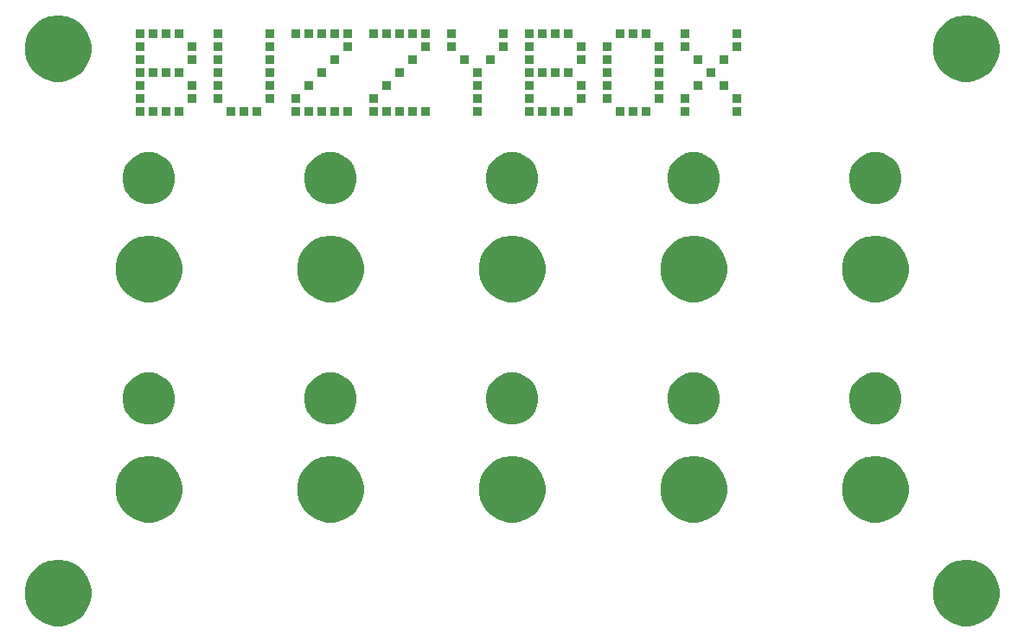
<source format=gbr>
G04 #@! TF.GenerationSoftware,KiCad,Pcbnew,(5.1.4)-1*
G04 #@! TF.CreationDate,2020-12-21T11:31:58-05:00*
G04 #@! TF.ProjectId,faceplate,66616365-706c-4617-9465-2e6b69636164,rev?*
G04 #@! TF.SameCoordinates,Original*
G04 #@! TF.FileFunction,Soldermask,Top*
G04 #@! TF.FilePolarity,Negative*
%FSLAX46Y46*%
G04 Gerber Fmt 4.6, Leading zero omitted, Abs format (unit mm)*
G04 Created by KiCad (PCBNEW (5.1.4)-1) date 2020-12-21 11:31:58*
%MOMM*%
%LPD*%
G04 APERTURE LIST*
%ADD10C,0.100000*%
G04 APERTURE END LIST*
D10*
G36*
X169672000Y-47117000D02*
G01*
X168910000Y-47117000D01*
X168910000Y-46355000D01*
X169672000Y-46355000D01*
X169672000Y-47117000D01*
G37*
X169672000Y-47117000D02*
X168910000Y-47117000D01*
X168910000Y-46355000D01*
X169672000Y-46355000D01*
X169672000Y-47117000D01*
G36*
X167132000Y-50927000D02*
G01*
X166370000Y-50927000D01*
X166370000Y-50165000D01*
X167132000Y-50165000D01*
X167132000Y-50927000D01*
G37*
X167132000Y-50927000D02*
X166370000Y-50927000D01*
X166370000Y-50165000D01*
X167132000Y-50165000D01*
X167132000Y-50927000D01*
G36*
X168402000Y-48387000D02*
G01*
X167640000Y-48387000D01*
X167640000Y-47625000D01*
X168402000Y-47625000D01*
X168402000Y-48387000D01*
G37*
X168402000Y-48387000D02*
X167640000Y-48387000D01*
X167640000Y-47625000D01*
X168402000Y-47625000D01*
X168402000Y-48387000D01*
G36*
X167132000Y-49657000D02*
G01*
X166370000Y-49657000D01*
X166370000Y-48895000D01*
X167132000Y-48895000D01*
X167132000Y-49657000D01*
G37*
X167132000Y-49657000D02*
X166370000Y-49657000D01*
X166370000Y-48895000D01*
X167132000Y-48895000D01*
X167132000Y-49657000D01*
G36*
X172212000Y-44577000D02*
G01*
X171450000Y-44577000D01*
X171450000Y-43815000D01*
X172212000Y-43815000D01*
X172212000Y-44577000D01*
G37*
X172212000Y-44577000D02*
X171450000Y-44577000D01*
X171450000Y-43815000D01*
X172212000Y-43815000D01*
X172212000Y-44577000D01*
G36*
X168402000Y-45847000D02*
G01*
X167640000Y-45847000D01*
X167640000Y-45085000D01*
X168402000Y-45085000D01*
X168402000Y-45847000D01*
G37*
X168402000Y-45847000D02*
X167640000Y-45847000D01*
X167640000Y-45085000D01*
X168402000Y-45085000D01*
X168402000Y-45847000D01*
G36*
X172212000Y-43307000D02*
G01*
X171450000Y-43307000D01*
X171450000Y-42545000D01*
X172212000Y-42545000D01*
X172212000Y-43307000D01*
G37*
X172212000Y-43307000D02*
X171450000Y-43307000D01*
X171450000Y-42545000D01*
X172212000Y-42545000D01*
X172212000Y-43307000D01*
G36*
X167132000Y-44577000D02*
G01*
X166370000Y-44577000D01*
X166370000Y-43815000D01*
X167132000Y-43815000D01*
X167132000Y-44577000D01*
G37*
X167132000Y-44577000D02*
X166370000Y-44577000D01*
X166370000Y-43815000D01*
X167132000Y-43815000D01*
X167132000Y-44577000D01*
G36*
X172212000Y-50927000D02*
G01*
X171450000Y-50927000D01*
X171450000Y-50165000D01*
X172212000Y-50165000D01*
X172212000Y-50927000D01*
G37*
X172212000Y-50927000D02*
X171450000Y-50927000D01*
X171450000Y-50165000D01*
X172212000Y-50165000D01*
X172212000Y-50927000D01*
G36*
X172212000Y-49657000D02*
G01*
X171450000Y-49657000D01*
X171450000Y-48895000D01*
X172212000Y-48895000D01*
X172212000Y-49657000D01*
G37*
X172212000Y-49657000D02*
X171450000Y-49657000D01*
X171450000Y-48895000D01*
X172212000Y-48895000D01*
X172212000Y-49657000D01*
G36*
X170942000Y-48387000D02*
G01*
X170180000Y-48387000D01*
X170180000Y-47625000D01*
X170942000Y-47625000D01*
X170942000Y-48387000D01*
G37*
X170942000Y-48387000D02*
X170180000Y-48387000D01*
X170180000Y-47625000D01*
X170942000Y-47625000D01*
X170942000Y-48387000D01*
G36*
X167132000Y-43307000D02*
G01*
X166370000Y-43307000D01*
X166370000Y-42545000D01*
X167132000Y-42545000D01*
X167132000Y-43307000D01*
G37*
X167132000Y-43307000D02*
X166370000Y-43307000D01*
X166370000Y-42545000D01*
X167132000Y-42545000D01*
X167132000Y-43307000D01*
G36*
X170942000Y-45847000D02*
G01*
X170180000Y-45847000D01*
X170180000Y-45085000D01*
X170942000Y-45085000D01*
X170942000Y-45847000D01*
G37*
X170942000Y-45847000D02*
X170180000Y-45847000D01*
X170180000Y-45085000D01*
X170942000Y-45085000D01*
X170942000Y-45847000D01*
G36*
X162052000Y-43307000D02*
G01*
X161290000Y-43307000D01*
X161290000Y-42545000D01*
X162052000Y-42545000D01*
X162052000Y-43307000D01*
G37*
X162052000Y-43307000D02*
X161290000Y-43307000D01*
X161290000Y-42545000D01*
X162052000Y-42545000D01*
X162052000Y-43307000D01*
G36*
X162052000Y-50927000D02*
G01*
X161290000Y-50927000D01*
X161290000Y-50165000D01*
X162052000Y-50165000D01*
X162052000Y-50927000D01*
G37*
X162052000Y-50927000D02*
X161290000Y-50927000D01*
X161290000Y-50165000D01*
X162052000Y-50165000D01*
X162052000Y-50927000D01*
G36*
X159512000Y-49657000D02*
G01*
X158750000Y-49657000D01*
X158750000Y-48895000D01*
X159512000Y-48895000D01*
X159512000Y-49657000D01*
G37*
X159512000Y-49657000D02*
X158750000Y-49657000D01*
X158750000Y-48895000D01*
X159512000Y-48895000D01*
X159512000Y-49657000D01*
G36*
X163322000Y-43307000D02*
G01*
X162560000Y-43307000D01*
X162560000Y-42545000D01*
X163322000Y-42545000D01*
X163322000Y-43307000D01*
G37*
X163322000Y-43307000D02*
X162560000Y-43307000D01*
X162560000Y-42545000D01*
X163322000Y-42545000D01*
X163322000Y-43307000D01*
G36*
X160782000Y-43307000D02*
G01*
X160020000Y-43307000D01*
X160020000Y-42545000D01*
X160782000Y-42545000D01*
X160782000Y-43307000D01*
G37*
X160782000Y-43307000D02*
X160020000Y-43307000D01*
X160020000Y-42545000D01*
X160782000Y-42545000D01*
X160782000Y-43307000D01*
G36*
X164592000Y-44577000D02*
G01*
X163830000Y-44577000D01*
X163830000Y-43815000D01*
X164592000Y-43815000D01*
X164592000Y-44577000D01*
G37*
X164592000Y-44577000D02*
X163830000Y-44577000D01*
X163830000Y-43815000D01*
X164592000Y-43815000D01*
X164592000Y-44577000D01*
G36*
X159512000Y-45847000D02*
G01*
X158750000Y-45847000D01*
X158750000Y-45085000D01*
X159512000Y-45085000D01*
X159512000Y-45847000D01*
G37*
X159512000Y-45847000D02*
X158750000Y-45847000D01*
X158750000Y-45085000D01*
X159512000Y-45085000D01*
X159512000Y-45847000D01*
G36*
X159512000Y-47117000D02*
G01*
X158750000Y-47117000D01*
X158750000Y-46355000D01*
X159512000Y-46355000D01*
X159512000Y-47117000D01*
G37*
X159512000Y-47117000D02*
X158750000Y-47117000D01*
X158750000Y-46355000D01*
X159512000Y-46355000D01*
X159512000Y-47117000D01*
G36*
X164592000Y-47117000D02*
G01*
X163830000Y-47117000D01*
X163830000Y-46355000D01*
X164592000Y-46355000D01*
X164592000Y-47117000D01*
G37*
X164592000Y-47117000D02*
X163830000Y-47117000D01*
X163830000Y-46355000D01*
X164592000Y-46355000D01*
X164592000Y-47117000D01*
G36*
X163322000Y-50927000D02*
G01*
X162560000Y-50927000D01*
X162560000Y-50165000D01*
X163322000Y-50165000D01*
X163322000Y-50927000D01*
G37*
X163322000Y-50927000D02*
X162560000Y-50927000D01*
X162560000Y-50165000D01*
X163322000Y-50165000D01*
X163322000Y-50927000D01*
G36*
X159512000Y-48387000D02*
G01*
X158750000Y-48387000D01*
X158750000Y-47625000D01*
X159512000Y-47625000D01*
X159512000Y-48387000D01*
G37*
X159512000Y-48387000D02*
X158750000Y-48387000D01*
X158750000Y-47625000D01*
X159512000Y-47625000D01*
X159512000Y-48387000D01*
G36*
X159512000Y-44577000D02*
G01*
X158750000Y-44577000D01*
X158750000Y-43815000D01*
X159512000Y-43815000D01*
X159512000Y-44577000D01*
G37*
X159512000Y-44577000D02*
X158750000Y-44577000D01*
X158750000Y-43815000D01*
X159512000Y-43815000D01*
X159512000Y-44577000D01*
G36*
X164592000Y-45847000D02*
G01*
X163830000Y-45847000D01*
X163830000Y-45085000D01*
X164592000Y-45085000D01*
X164592000Y-45847000D01*
G37*
X164592000Y-45847000D02*
X163830000Y-45847000D01*
X163830000Y-45085000D01*
X164592000Y-45085000D01*
X164592000Y-45847000D01*
G36*
X164592000Y-48387000D02*
G01*
X163830000Y-48387000D01*
X163830000Y-47625000D01*
X164592000Y-47625000D01*
X164592000Y-48387000D01*
G37*
X164592000Y-48387000D02*
X163830000Y-48387000D01*
X163830000Y-47625000D01*
X164592000Y-47625000D01*
X164592000Y-48387000D01*
G36*
X164592000Y-49657000D02*
G01*
X163830000Y-49657000D01*
X163830000Y-48895000D01*
X164592000Y-48895000D01*
X164592000Y-49657000D01*
G37*
X164592000Y-49657000D02*
X163830000Y-49657000D01*
X163830000Y-48895000D01*
X164592000Y-48895000D01*
X164592000Y-49657000D01*
G36*
X160782000Y-50927000D02*
G01*
X160020000Y-50927000D01*
X160020000Y-50165000D01*
X160782000Y-50165000D01*
X160782000Y-50927000D01*
G37*
X160782000Y-50927000D02*
X160020000Y-50927000D01*
X160020000Y-50165000D01*
X160782000Y-50165000D01*
X160782000Y-50927000D01*
G36*
X154432000Y-47117000D02*
G01*
X153670000Y-47117000D01*
X153670000Y-46355000D01*
X154432000Y-46355000D01*
X154432000Y-47117000D01*
G37*
X154432000Y-47117000D02*
X153670000Y-47117000D01*
X153670000Y-46355000D01*
X154432000Y-46355000D01*
X154432000Y-47117000D01*
G36*
X154432000Y-43307000D02*
G01*
X153670000Y-43307000D01*
X153670000Y-42545000D01*
X154432000Y-42545000D01*
X154432000Y-43307000D01*
G37*
X154432000Y-43307000D02*
X153670000Y-43307000D01*
X153670000Y-42545000D01*
X154432000Y-42545000D01*
X154432000Y-43307000D01*
G36*
X151892000Y-50927000D02*
G01*
X151130000Y-50927000D01*
X151130000Y-50165000D01*
X151892000Y-50165000D01*
X151892000Y-50927000D01*
G37*
X151892000Y-50927000D02*
X151130000Y-50927000D01*
X151130000Y-50165000D01*
X151892000Y-50165000D01*
X151892000Y-50927000D01*
G36*
X154432000Y-50927000D02*
G01*
X153670000Y-50927000D01*
X153670000Y-50165000D01*
X154432000Y-50165000D01*
X154432000Y-50927000D01*
G37*
X154432000Y-50927000D02*
X153670000Y-50927000D01*
X153670000Y-50165000D01*
X154432000Y-50165000D01*
X154432000Y-50927000D01*
G36*
X151892000Y-49657000D02*
G01*
X151130000Y-49657000D01*
X151130000Y-48895000D01*
X151892000Y-48895000D01*
X151892000Y-49657000D01*
G37*
X151892000Y-49657000D02*
X151130000Y-49657000D01*
X151130000Y-48895000D01*
X151892000Y-48895000D01*
X151892000Y-49657000D01*
G36*
X155702000Y-43307000D02*
G01*
X154940000Y-43307000D01*
X154940000Y-42545000D01*
X155702000Y-42545000D01*
X155702000Y-43307000D01*
G37*
X155702000Y-43307000D02*
X154940000Y-43307000D01*
X154940000Y-42545000D01*
X155702000Y-42545000D01*
X155702000Y-43307000D01*
G36*
X153162000Y-43307000D02*
G01*
X152400000Y-43307000D01*
X152400000Y-42545000D01*
X153162000Y-42545000D01*
X153162000Y-43307000D01*
G37*
X153162000Y-43307000D02*
X152400000Y-43307000D01*
X152400000Y-42545000D01*
X153162000Y-42545000D01*
X153162000Y-43307000D01*
G36*
X156972000Y-44577000D02*
G01*
X156210000Y-44577000D01*
X156210000Y-43815000D01*
X156972000Y-43815000D01*
X156972000Y-44577000D01*
G37*
X156972000Y-44577000D02*
X156210000Y-44577000D01*
X156210000Y-43815000D01*
X156972000Y-43815000D01*
X156972000Y-44577000D01*
G36*
X151892000Y-45847000D02*
G01*
X151130000Y-45847000D01*
X151130000Y-45085000D01*
X151892000Y-45085000D01*
X151892000Y-45847000D01*
G37*
X151892000Y-45847000D02*
X151130000Y-45847000D01*
X151130000Y-45085000D01*
X151892000Y-45085000D01*
X151892000Y-45847000D01*
G36*
X151892000Y-47117000D02*
G01*
X151130000Y-47117000D01*
X151130000Y-46355000D01*
X151892000Y-46355000D01*
X151892000Y-47117000D01*
G37*
X151892000Y-47117000D02*
X151130000Y-47117000D01*
X151130000Y-46355000D01*
X151892000Y-46355000D01*
X151892000Y-47117000D01*
G36*
X155702000Y-50927000D02*
G01*
X154940000Y-50927000D01*
X154940000Y-50165000D01*
X155702000Y-50165000D01*
X155702000Y-50927000D01*
G37*
X155702000Y-50927000D02*
X154940000Y-50927000D01*
X154940000Y-50165000D01*
X155702000Y-50165000D01*
X155702000Y-50927000D01*
G36*
X151892000Y-48387000D02*
G01*
X151130000Y-48387000D01*
X151130000Y-47625000D01*
X151892000Y-47625000D01*
X151892000Y-48387000D01*
G37*
X151892000Y-48387000D02*
X151130000Y-48387000D01*
X151130000Y-47625000D01*
X151892000Y-47625000D01*
X151892000Y-48387000D01*
G36*
X155702000Y-47117000D02*
G01*
X154940000Y-47117000D01*
X154940000Y-46355000D01*
X155702000Y-46355000D01*
X155702000Y-47117000D01*
G37*
X155702000Y-47117000D02*
X154940000Y-47117000D01*
X154940000Y-46355000D01*
X155702000Y-46355000D01*
X155702000Y-47117000D01*
G36*
X151892000Y-44577000D02*
G01*
X151130000Y-44577000D01*
X151130000Y-43815000D01*
X151892000Y-43815000D01*
X151892000Y-44577000D01*
G37*
X151892000Y-44577000D02*
X151130000Y-44577000D01*
X151130000Y-43815000D01*
X151892000Y-43815000D01*
X151892000Y-44577000D01*
G36*
X156972000Y-45847000D02*
G01*
X156210000Y-45847000D01*
X156210000Y-45085000D01*
X156972000Y-45085000D01*
X156972000Y-45847000D01*
G37*
X156972000Y-45847000D02*
X156210000Y-45847000D01*
X156210000Y-45085000D01*
X156972000Y-45085000D01*
X156972000Y-45847000D01*
G36*
X156972000Y-48387000D02*
G01*
X156210000Y-48387000D01*
X156210000Y-47625000D01*
X156972000Y-47625000D01*
X156972000Y-48387000D01*
G37*
X156972000Y-48387000D02*
X156210000Y-48387000D01*
X156210000Y-47625000D01*
X156972000Y-47625000D01*
X156972000Y-48387000D01*
G36*
X156972000Y-49657000D02*
G01*
X156210000Y-49657000D01*
X156210000Y-48895000D01*
X156972000Y-48895000D01*
X156972000Y-49657000D01*
G37*
X156972000Y-49657000D02*
X156210000Y-49657000D01*
X156210000Y-48895000D01*
X156972000Y-48895000D01*
X156972000Y-49657000D01*
G36*
X153162000Y-47117000D02*
G01*
X152400000Y-47117000D01*
X152400000Y-46355000D01*
X153162000Y-46355000D01*
X153162000Y-47117000D01*
G37*
X153162000Y-47117000D02*
X152400000Y-47117000D01*
X152400000Y-46355000D01*
X153162000Y-46355000D01*
X153162000Y-47117000D01*
G36*
X151892000Y-43307000D02*
G01*
X151130000Y-43307000D01*
X151130000Y-42545000D01*
X151892000Y-42545000D01*
X151892000Y-43307000D01*
G37*
X151892000Y-43307000D02*
X151130000Y-43307000D01*
X151130000Y-42545000D01*
X151892000Y-42545000D01*
X151892000Y-43307000D01*
G36*
X153162000Y-50927000D02*
G01*
X152400000Y-50927000D01*
X152400000Y-50165000D01*
X153162000Y-50165000D01*
X153162000Y-50927000D01*
G37*
X153162000Y-50927000D02*
X152400000Y-50927000D01*
X152400000Y-50165000D01*
X153162000Y-50165000D01*
X153162000Y-50927000D01*
G36*
X146812000Y-47117000D02*
G01*
X146050000Y-47117000D01*
X146050000Y-46355000D01*
X146812000Y-46355000D01*
X146812000Y-47117000D01*
G37*
X146812000Y-47117000D02*
X146050000Y-47117000D01*
X146050000Y-46355000D01*
X146812000Y-46355000D01*
X146812000Y-47117000D01*
G36*
X146812000Y-50927000D02*
G01*
X146050000Y-50927000D01*
X146050000Y-50165000D01*
X146812000Y-50165000D01*
X146812000Y-50927000D01*
G37*
X146812000Y-50927000D02*
X146050000Y-50927000D01*
X146050000Y-50165000D01*
X146812000Y-50165000D01*
X146812000Y-50927000D01*
G36*
X149352000Y-44577000D02*
G01*
X148590000Y-44577000D01*
X148590000Y-43815000D01*
X149352000Y-43815000D01*
X149352000Y-44577000D01*
G37*
X149352000Y-44577000D02*
X148590000Y-44577000D01*
X148590000Y-43815000D01*
X149352000Y-43815000D01*
X149352000Y-44577000D01*
G36*
X146812000Y-49657000D02*
G01*
X146050000Y-49657000D01*
X146050000Y-48895000D01*
X146812000Y-48895000D01*
X146812000Y-49657000D01*
G37*
X146812000Y-49657000D02*
X146050000Y-49657000D01*
X146050000Y-48895000D01*
X146812000Y-48895000D01*
X146812000Y-49657000D01*
G36*
X145542000Y-45847000D02*
G01*
X144780000Y-45847000D01*
X144780000Y-45085000D01*
X145542000Y-45085000D01*
X145542000Y-45847000D01*
G37*
X145542000Y-45847000D02*
X144780000Y-45847000D01*
X144780000Y-45085000D01*
X145542000Y-45085000D01*
X145542000Y-45847000D01*
G36*
X149352000Y-43307000D02*
G01*
X148590000Y-43307000D01*
X148590000Y-42545000D01*
X149352000Y-42545000D01*
X149352000Y-43307000D01*
G37*
X149352000Y-43307000D02*
X148590000Y-43307000D01*
X148590000Y-42545000D01*
X149352000Y-42545000D01*
X149352000Y-43307000D01*
G36*
X144272000Y-44577000D02*
G01*
X143510000Y-44577000D01*
X143510000Y-43815000D01*
X144272000Y-43815000D01*
X144272000Y-44577000D01*
G37*
X144272000Y-44577000D02*
X143510000Y-44577000D01*
X143510000Y-43815000D01*
X144272000Y-43815000D01*
X144272000Y-44577000D01*
G36*
X146812000Y-48387000D02*
G01*
X146050000Y-48387000D01*
X146050000Y-47625000D01*
X146812000Y-47625000D01*
X146812000Y-48387000D01*
G37*
X146812000Y-48387000D02*
X146050000Y-48387000D01*
X146050000Y-47625000D01*
X146812000Y-47625000D01*
X146812000Y-48387000D01*
G36*
X144272000Y-43307000D02*
G01*
X143510000Y-43307000D01*
X143510000Y-42545000D01*
X144272000Y-42545000D01*
X144272000Y-43307000D01*
G37*
X144272000Y-43307000D02*
X143510000Y-43307000D01*
X143510000Y-42545000D01*
X144272000Y-42545000D01*
X144272000Y-43307000D01*
G36*
X148082000Y-45847000D02*
G01*
X147320000Y-45847000D01*
X147320000Y-45085000D01*
X148082000Y-45085000D01*
X148082000Y-45847000D01*
G37*
X148082000Y-45847000D02*
X147320000Y-45847000D01*
X147320000Y-45085000D01*
X148082000Y-45085000D01*
X148082000Y-45847000D01*
G36*
X139192000Y-47117000D02*
G01*
X138430000Y-47117000D01*
X138430000Y-46355000D01*
X139192000Y-46355000D01*
X139192000Y-47117000D01*
G37*
X139192000Y-47117000D02*
X138430000Y-47117000D01*
X138430000Y-46355000D01*
X139192000Y-46355000D01*
X139192000Y-47117000D01*
G36*
X139192000Y-43307000D02*
G01*
X138430000Y-43307000D01*
X138430000Y-42545000D01*
X139192000Y-42545000D01*
X139192000Y-43307000D01*
G37*
X139192000Y-43307000D02*
X138430000Y-43307000D01*
X138430000Y-42545000D01*
X139192000Y-42545000D01*
X139192000Y-43307000D01*
G36*
X136652000Y-50927000D02*
G01*
X135890000Y-50927000D01*
X135890000Y-50165000D01*
X136652000Y-50165000D01*
X136652000Y-50927000D01*
G37*
X136652000Y-50927000D02*
X135890000Y-50927000D01*
X135890000Y-50165000D01*
X136652000Y-50165000D01*
X136652000Y-50927000D01*
G36*
X137922000Y-48387000D02*
G01*
X137160000Y-48387000D01*
X137160000Y-47625000D01*
X137922000Y-47625000D01*
X137922000Y-48387000D01*
G37*
X137922000Y-48387000D02*
X137160000Y-48387000D01*
X137160000Y-47625000D01*
X137922000Y-47625000D01*
X137922000Y-48387000D01*
G36*
X139192000Y-50927000D02*
G01*
X138430000Y-50927000D01*
X138430000Y-50165000D01*
X139192000Y-50165000D01*
X139192000Y-50927000D01*
G37*
X139192000Y-50927000D02*
X138430000Y-50927000D01*
X138430000Y-50165000D01*
X139192000Y-50165000D01*
X139192000Y-50927000D01*
G36*
X136652000Y-49657000D02*
G01*
X135890000Y-49657000D01*
X135890000Y-48895000D01*
X136652000Y-48895000D01*
X136652000Y-49657000D01*
G37*
X136652000Y-49657000D02*
X135890000Y-49657000D01*
X135890000Y-48895000D01*
X136652000Y-48895000D01*
X136652000Y-49657000D01*
G36*
X140462000Y-43307000D02*
G01*
X139700000Y-43307000D01*
X139700000Y-42545000D01*
X140462000Y-42545000D01*
X140462000Y-43307000D01*
G37*
X140462000Y-43307000D02*
X139700000Y-43307000D01*
X139700000Y-42545000D01*
X140462000Y-42545000D01*
X140462000Y-43307000D01*
G36*
X137922000Y-43307000D02*
G01*
X137160000Y-43307000D01*
X137160000Y-42545000D01*
X137922000Y-42545000D01*
X137922000Y-43307000D01*
G37*
X137922000Y-43307000D02*
X137160000Y-43307000D01*
X137160000Y-42545000D01*
X137922000Y-42545000D01*
X137922000Y-43307000D01*
G36*
X141732000Y-44577000D02*
G01*
X140970000Y-44577000D01*
X140970000Y-43815000D01*
X141732000Y-43815000D01*
X141732000Y-44577000D01*
G37*
X141732000Y-44577000D02*
X140970000Y-44577000D01*
X140970000Y-43815000D01*
X141732000Y-43815000D01*
X141732000Y-44577000D01*
G36*
X141732000Y-43307000D02*
G01*
X140970000Y-43307000D01*
X140970000Y-42545000D01*
X141732000Y-42545000D01*
X141732000Y-43307000D01*
G37*
X141732000Y-43307000D02*
X140970000Y-43307000D01*
X140970000Y-42545000D01*
X141732000Y-42545000D01*
X141732000Y-43307000D01*
G36*
X140462000Y-50927000D02*
G01*
X139700000Y-50927000D01*
X139700000Y-50165000D01*
X140462000Y-50165000D01*
X140462000Y-50927000D01*
G37*
X140462000Y-50927000D02*
X139700000Y-50927000D01*
X139700000Y-50165000D01*
X140462000Y-50165000D01*
X140462000Y-50927000D01*
G36*
X141732000Y-50927000D02*
G01*
X140970000Y-50927000D01*
X140970000Y-50165000D01*
X141732000Y-50165000D01*
X141732000Y-50927000D01*
G37*
X141732000Y-50927000D02*
X140970000Y-50927000D01*
X140970000Y-50165000D01*
X141732000Y-50165000D01*
X141732000Y-50927000D01*
G36*
X136652000Y-43307000D02*
G01*
X135890000Y-43307000D01*
X135890000Y-42545000D01*
X136652000Y-42545000D01*
X136652000Y-43307000D01*
G37*
X136652000Y-43307000D02*
X135890000Y-43307000D01*
X135890000Y-42545000D01*
X136652000Y-42545000D01*
X136652000Y-43307000D01*
G36*
X137922000Y-50927000D02*
G01*
X137160000Y-50927000D01*
X137160000Y-50165000D01*
X137922000Y-50165000D01*
X137922000Y-50927000D01*
G37*
X137922000Y-50927000D02*
X137160000Y-50927000D01*
X137160000Y-50165000D01*
X137922000Y-50165000D01*
X137922000Y-50927000D01*
G36*
X140462000Y-45847000D02*
G01*
X139700000Y-45847000D01*
X139700000Y-45085000D01*
X140462000Y-45085000D01*
X140462000Y-45847000D01*
G37*
X140462000Y-45847000D02*
X139700000Y-45847000D01*
X139700000Y-45085000D01*
X140462000Y-45085000D01*
X140462000Y-45847000D01*
G36*
X131572000Y-47117000D02*
G01*
X130810000Y-47117000D01*
X130810000Y-46355000D01*
X131572000Y-46355000D01*
X131572000Y-47117000D01*
G37*
X131572000Y-47117000D02*
X130810000Y-47117000D01*
X130810000Y-46355000D01*
X131572000Y-46355000D01*
X131572000Y-47117000D01*
G36*
X131572000Y-43307000D02*
G01*
X130810000Y-43307000D01*
X130810000Y-42545000D01*
X131572000Y-42545000D01*
X131572000Y-43307000D01*
G37*
X131572000Y-43307000D02*
X130810000Y-43307000D01*
X130810000Y-42545000D01*
X131572000Y-42545000D01*
X131572000Y-43307000D01*
G36*
X129032000Y-50927000D02*
G01*
X128270000Y-50927000D01*
X128270000Y-50165000D01*
X129032000Y-50165000D01*
X129032000Y-50927000D01*
G37*
X129032000Y-50927000D02*
X128270000Y-50927000D01*
X128270000Y-50165000D01*
X129032000Y-50165000D01*
X129032000Y-50927000D01*
G36*
X130302000Y-48387000D02*
G01*
X129540000Y-48387000D01*
X129540000Y-47625000D01*
X130302000Y-47625000D01*
X130302000Y-48387000D01*
G37*
X130302000Y-48387000D02*
X129540000Y-48387000D01*
X129540000Y-47625000D01*
X130302000Y-47625000D01*
X130302000Y-48387000D01*
G36*
X131572000Y-50927000D02*
G01*
X130810000Y-50927000D01*
X130810000Y-50165000D01*
X131572000Y-50165000D01*
X131572000Y-50927000D01*
G37*
X131572000Y-50927000D02*
X130810000Y-50927000D01*
X130810000Y-50165000D01*
X131572000Y-50165000D01*
X131572000Y-50927000D01*
G36*
X129032000Y-49657000D02*
G01*
X128270000Y-49657000D01*
X128270000Y-48895000D01*
X129032000Y-48895000D01*
X129032000Y-49657000D01*
G37*
X129032000Y-49657000D02*
X128270000Y-49657000D01*
X128270000Y-48895000D01*
X129032000Y-48895000D01*
X129032000Y-49657000D01*
G36*
X132842000Y-43307000D02*
G01*
X132080000Y-43307000D01*
X132080000Y-42545000D01*
X132842000Y-42545000D01*
X132842000Y-43307000D01*
G37*
X132842000Y-43307000D02*
X132080000Y-43307000D01*
X132080000Y-42545000D01*
X132842000Y-42545000D01*
X132842000Y-43307000D01*
G36*
X130302000Y-43307000D02*
G01*
X129540000Y-43307000D01*
X129540000Y-42545000D01*
X130302000Y-42545000D01*
X130302000Y-43307000D01*
G37*
X130302000Y-43307000D02*
X129540000Y-43307000D01*
X129540000Y-42545000D01*
X130302000Y-42545000D01*
X130302000Y-43307000D01*
G36*
X134112000Y-44577000D02*
G01*
X133350000Y-44577000D01*
X133350000Y-43815000D01*
X134112000Y-43815000D01*
X134112000Y-44577000D01*
G37*
X134112000Y-44577000D02*
X133350000Y-44577000D01*
X133350000Y-43815000D01*
X134112000Y-43815000D01*
X134112000Y-44577000D01*
G36*
X134112000Y-43307000D02*
G01*
X133350000Y-43307000D01*
X133350000Y-42545000D01*
X134112000Y-42545000D01*
X134112000Y-43307000D01*
G37*
X134112000Y-43307000D02*
X133350000Y-43307000D01*
X133350000Y-42545000D01*
X134112000Y-42545000D01*
X134112000Y-43307000D01*
G36*
X132842000Y-50927000D02*
G01*
X132080000Y-50927000D01*
X132080000Y-50165000D01*
X132842000Y-50165000D01*
X132842000Y-50927000D01*
G37*
X132842000Y-50927000D02*
X132080000Y-50927000D01*
X132080000Y-50165000D01*
X132842000Y-50165000D01*
X132842000Y-50927000D01*
G36*
X134112000Y-50927000D02*
G01*
X133350000Y-50927000D01*
X133350000Y-50165000D01*
X134112000Y-50165000D01*
X134112000Y-50927000D01*
G37*
X134112000Y-50927000D02*
X133350000Y-50927000D01*
X133350000Y-50165000D01*
X134112000Y-50165000D01*
X134112000Y-50927000D01*
G36*
X129032000Y-43307000D02*
G01*
X128270000Y-43307000D01*
X128270000Y-42545000D01*
X129032000Y-42545000D01*
X129032000Y-43307000D01*
G37*
X129032000Y-43307000D02*
X128270000Y-43307000D01*
X128270000Y-42545000D01*
X129032000Y-42545000D01*
X129032000Y-43307000D01*
G36*
X130302000Y-50927000D02*
G01*
X129540000Y-50927000D01*
X129540000Y-50165000D01*
X130302000Y-50165000D01*
X130302000Y-50927000D01*
G37*
X130302000Y-50927000D02*
X129540000Y-50927000D01*
X129540000Y-50165000D01*
X130302000Y-50165000D01*
X130302000Y-50927000D01*
G36*
X132842000Y-45847000D02*
G01*
X132080000Y-45847000D01*
X132080000Y-45085000D01*
X132842000Y-45085000D01*
X132842000Y-45847000D01*
G37*
X132842000Y-45847000D02*
X132080000Y-45847000D01*
X132080000Y-45085000D01*
X132842000Y-45085000D01*
X132842000Y-45847000D01*
G36*
X123952000Y-50927000D02*
G01*
X123190000Y-50927000D01*
X123190000Y-50165000D01*
X123952000Y-50165000D01*
X123952000Y-50927000D01*
G37*
X123952000Y-50927000D02*
X123190000Y-50927000D01*
X123190000Y-50165000D01*
X123952000Y-50165000D01*
X123952000Y-50927000D01*
G36*
X121412000Y-49657000D02*
G01*
X120650000Y-49657000D01*
X120650000Y-48895000D01*
X121412000Y-48895000D01*
X121412000Y-49657000D01*
G37*
X121412000Y-49657000D02*
X120650000Y-49657000D01*
X120650000Y-48895000D01*
X121412000Y-48895000D01*
X121412000Y-49657000D01*
G36*
X126492000Y-44577000D02*
G01*
X125730000Y-44577000D01*
X125730000Y-43815000D01*
X126492000Y-43815000D01*
X126492000Y-44577000D01*
G37*
X126492000Y-44577000D02*
X125730000Y-44577000D01*
X125730000Y-43815000D01*
X126492000Y-43815000D01*
X126492000Y-44577000D01*
G36*
X121412000Y-45847000D02*
G01*
X120650000Y-45847000D01*
X120650000Y-45085000D01*
X121412000Y-45085000D01*
X121412000Y-45847000D01*
G37*
X121412000Y-45847000D02*
X120650000Y-45847000D01*
X120650000Y-45085000D01*
X121412000Y-45085000D01*
X121412000Y-45847000D01*
G36*
X126492000Y-43307000D02*
G01*
X125730000Y-43307000D01*
X125730000Y-42545000D01*
X126492000Y-42545000D01*
X126492000Y-43307000D01*
G37*
X126492000Y-43307000D02*
X125730000Y-43307000D01*
X125730000Y-42545000D01*
X126492000Y-42545000D01*
X126492000Y-43307000D01*
G36*
X121412000Y-47117000D02*
G01*
X120650000Y-47117000D01*
X120650000Y-46355000D01*
X121412000Y-46355000D01*
X121412000Y-47117000D01*
G37*
X121412000Y-47117000D02*
X120650000Y-47117000D01*
X120650000Y-46355000D01*
X121412000Y-46355000D01*
X121412000Y-47117000D01*
G36*
X126492000Y-47117000D02*
G01*
X125730000Y-47117000D01*
X125730000Y-46355000D01*
X126492000Y-46355000D01*
X126492000Y-47117000D01*
G37*
X126492000Y-47117000D02*
X125730000Y-47117000D01*
X125730000Y-46355000D01*
X126492000Y-46355000D01*
X126492000Y-47117000D01*
G36*
X125222000Y-50927000D02*
G01*
X124460000Y-50927000D01*
X124460000Y-50165000D01*
X125222000Y-50165000D01*
X125222000Y-50927000D01*
G37*
X125222000Y-50927000D02*
X124460000Y-50927000D01*
X124460000Y-50165000D01*
X125222000Y-50165000D01*
X125222000Y-50927000D01*
G36*
X121412000Y-48387000D02*
G01*
X120650000Y-48387000D01*
X120650000Y-47625000D01*
X121412000Y-47625000D01*
X121412000Y-48387000D01*
G37*
X121412000Y-48387000D02*
X120650000Y-48387000D01*
X120650000Y-47625000D01*
X121412000Y-47625000D01*
X121412000Y-48387000D01*
G36*
X121412000Y-44577000D02*
G01*
X120650000Y-44577000D01*
X120650000Y-43815000D01*
X121412000Y-43815000D01*
X121412000Y-44577000D01*
G37*
X121412000Y-44577000D02*
X120650000Y-44577000D01*
X120650000Y-43815000D01*
X121412000Y-43815000D01*
X121412000Y-44577000D01*
G36*
X126492000Y-45847000D02*
G01*
X125730000Y-45847000D01*
X125730000Y-45085000D01*
X126492000Y-45085000D01*
X126492000Y-45847000D01*
G37*
X126492000Y-45847000D02*
X125730000Y-45847000D01*
X125730000Y-45085000D01*
X126492000Y-45085000D01*
X126492000Y-45847000D01*
G36*
X126492000Y-48387000D02*
G01*
X125730000Y-48387000D01*
X125730000Y-47625000D01*
X126492000Y-47625000D01*
X126492000Y-48387000D01*
G37*
X126492000Y-48387000D02*
X125730000Y-48387000D01*
X125730000Y-47625000D01*
X126492000Y-47625000D01*
X126492000Y-48387000D01*
G36*
X126492000Y-49657000D02*
G01*
X125730000Y-49657000D01*
X125730000Y-48895000D01*
X126492000Y-48895000D01*
X126492000Y-49657000D01*
G37*
X126492000Y-49657000D02*
X125730000Y-49657000D01*
X125730000Y-48895000D01*
X126492000Y-48895000D01*
X126492000Y-49657000D01*
G36*
X121412000Y-43307000D02*
G01*
X120650000Y-43307000D01*
X120650000Y-42545000D01*
X121412000Y-42545000D01*
X121412000Y-43307000D01*
G37*
X121412000Y-43307000D02*
X120650000Y-43307000D01*
X120650000Y-42545000D01*
X121412000Y-42545000D01*
X121412000Y-43307000D01*
G36*
X122682000Y-50927000D02*
G01*
X121920000Y-50927000D01*
X121920000Y-50165000D01*
X122682000Y-50165000D01*
X122682000Y-50927000D01*
G37*
X122682000Y-50927000D02*
X121920000Y-50927000D01*
X121920000Y-50165000D01*
X122682000Y-50165000D01*
X122682000Y-50927000D01*
G36*
X115062000Y-50927000D02*
G01*
X114300000Y-50927000D01*
X114300000Y-50165000D01*
X115062000Y-50165000D01*
X115062000Y-50927000D01*
G37*
X115062000Y-50927000D02*
X114300000Y-50927000D01*
X114300000Y-50165000D01*
X115062000Y-50165000D01*
X115062000Y-50927000D01*
G36*
X113792000Y-50927000D02*
G01*
X113030000Y-50927000D01*
X113030000Y-50165000D01*
X113792000Y-50165000D01*
X113792000Y-50927000D01*
G37*
X113792000Y-50927000D02*
X113030000Y-50927000D01*
X113030000Y-50165000D01*
X113792000Y-50165000D01*
X113792000Y-50927000D01*
G36*
X116332000Y-50927000D02*
G01*
X115570000Y-50927000D01*
X115570000Y-50165000D01*
X116332000Y-50165000D01*
X116332000Y-50927000D01*
G37*
X116332000Y-50927000D02*
X115570000Y-50927000D01*
X115570000Y-50165000D01*
X116332000Y-50165000D01*
X116332000Y-50927000D01*
G36*
X117602000Y-50927000D02*
G01*
X116840000Y-50927000D01*
X116840000Y-50165000D01*
X117602000Y-50165000D01*
X117602000Y-50927000D01*
G37*
X117602000Y-50927000D02*
X116840000Y-50927000D01*
X116840000Y-50165000D01*
X117602000Y-50165000D01*
X117602000Y-50927000D01*
G36*
X113792000Y-49657000D02*
G01*
X113030000Y-49657000D01*
X113030000Y-48895000D01*
X113792000Y-48895000D01*
X113792000Y-49657000D01*
G37*
X113792000Y-49657000D02*
X113030000Y-49657000D01*
X113030000Y-48895000D01*
X113792000Y-48895000D01*
X113792000Y-49657000D01*
G36*
X118872000Y-49657000D02*
G01*
X118110000Y-49657000D01*
X118110000Y-48895000D01*
X118872000Y-48895000D01*
X118872000Y-49657000D01*
G37*
X118872000Y-49657000D02*
X118110000Y-49657000D01*
X118110000Y-48895000D01*
X118872000Y-48895000D01*
X118872000Y-49657000D01*
G36*
X113792000Y-48387000D02*
G01*
X113030000Y-48387000D01*
X113030000Y-47625000D01*
X113792000Y-47625000D01*
X113792000Y-48387000D01*
G37*
X113792000Y-48387000D02*
X113030000Y-48387000D01*
X113030000Y-47625000D01*
X113792000Y-47625000D01*
X113792000Y-48387000D01*
G36*
X118872000Y-48387000D02*
G01*
X118110000Y-48387000D01*
X118110000Y-47625000D01*
X118872000Y-47625000D01*
X118872000Y-48387000D01*
G37*
X118872000Y-48387000D02*
X118110000Y-48387000D01*
X118110000Y-47625000D01*
X118872000Y-47625000D01*
X118872000Y-48387000D01*
G36*
X115062000Y-47117000D02*
G01*
X114300000Y-47117000D01*
X114300000Y-46355000D01*
X115062000Y-46355000D01*
X115062000Y-47117000D01*
G37*
X115062000Y-47117000D02*
X114300000Y-47117000D01*
X114300000Y-46355000D01*
X115062000Y-46355000D01*
X115062000Y-47117000D01*
G36*
X113792000Y-47117000D02*
G01*
X113030000Y-47117000D01*
X113030000Y-46355000D01*
X113792000Y-46355000D01*
X113792000Y-47117000D01*
G37*
X113792000Y-47117000D02*
X113030000Y-47117000D01*
X113030000Y-46355000D01*
X113792000Y-46355000D01*
X113792000Y-47117000D01*
G36*
X116332000Y-47117000D02*
G01*
X115570000Y-47117000D01*
X115570000Y-46355000D01*
X116332000Y-46355000D01*
X116332000Y-47117000D01*
G37*
X116332000Y-47117000D02*
X115570000Y-47117000D01*
X115570000Y-46355000D01*
X116332000Y-46355000D01*
X116332000Y-47117000D01*
G36*
X117602000Y-47117000D02*
G01*
X116840000Y-47117000D01*
X116840000Y-46355000D01*
X117602000Y-46355000D01*
X117602000Y-47117000D01*
G37*
X117602000Y-47117000D02*
X116840000Y-47117000D01*
X116840000Y-46355000D01*
X117602000Y-46355000D01*
X117602000Y-47117000D01*
G36*
X118872000Y-45847000D02*
G01*
X118110000Y-45847000D01*
X118110000Y-45085000D01*
X118872000Y-45085000D01*
X118872000Y-45847000D01*
G37*
X118872000Y-45847000D02*
X118110000Y-45847000D01*
X118110000Y-45085000D01*
X118872000Y-45085000D01*
X118872000Y-45847000D01*
G36*
X118872000Y-44577000D02*
G01*
X118110000Y-44577000D01*
X118110000Y-43815000D01*
X118872000Y-43815000D01*
X118872000Y-44577000D01*
G37*
X118872000Y-44577000D02*
X118110000Y-44577000D01*
X118110000Y-43815000D01*
X118872000Y-43815000D01*
X118872000Y-44577000D01*
G36*
X117602000Y-43307000D02*
G01*
X116840000Y-43307000D01*
X116840000Y-42545000D01*
X117602000Y-42545000D01*
X117602000Y-43307000D01*
G37*
X117602000Y-43307000D02*
X116840000Y-43307000D01*
X116840000Y-42545000D01*
X117602000Y-42545000D01*
X117602000Y-43307000D01*
G36*
X113792000Y-45847000D02*
G01*
X113030000Y-45847000D01*
X113030000Y-45085000D01*
X113792000Y-45085000D01*
X113792000Y-45847000D01*
G37*
X113792000Y-45847000D02*
X113030000Y-45847000D01*
X113030000Y-45085000D01*
X113792000Y-45085000D01*
X113792000Y-45847000D01*
G36*
X116332000Y-43307000D02*
G01*
X115570000Y-43307000D01*
X115570000Y-42545000D01*
X116332000Y-42545000D01*
X116332000Y-43307000D01*
G37*
X116332000Y-43307000D02*
X115570000Y-43307000D01*
X115570000Y-42545000D01*
X116332000Y-42545000D01*
X116332000Y-43307000D01*
G36*
X113792000Y-44577000D02*
G01*
X113030000Y-44577000D01*
X113030000Y-43815000D01*
X113792000Y-43815000D01*
X113792000Y-44577000D01*
G37*
X113792000Y-44577000D02*
X113030000Y-44577000D01*
X113030000Y-43815000D01*
X113792000Y-43815000D01*
X113792000Y-44577000D01*
G36*
X115062000Y-43307000D02*
G01*
X114300000Y-43307000D01*
X114300000Y-42545000D01*
X115062000Y-42545000D01*
X115062000Y-43307000D01*
G37*
X115062000Y-43307000D02*
X114300000Y-43307000D01*
X114300000Y-42545000D01*
X115062000Y-42545000D01*
X115062000Y-43307000D01*
G36*
X113792000Y-43307000D02*
G01*
X113030000Y-43307000D01*
X113030000Y-42545000D01*
X113792000Y-42545000D01*
X113792000Y-43307000D01*
G37*
X113792000Y-43307000D02*
X113030000Y-43307000D01*
X113030000Y-42545000D01*
X113792000Y-42545000D01*
X113792000Y-43307000D01*
G36*
X194944239Y-94601467D02*
G01*
X195258282Y-94663934D01*
X195849926Y-94909001D01*
X196382392Y-95264784D01*
X196835216Y-95717608D01*
X197190999Y-96250074D01*
X197436066Y-96841718D01*
X197561000Y-97469804D01*
X197561000Y-98110196D01*
X197436066Y-98738282D01*
X197190999Y-99329926D01*
X196835216Y-99862392D01*
X196382392Y-100315216D01*
X195849926Y-100670999D01*
X195258282Y-100916066D01*
X194944239Y-100978533D01*
X194630197Y-101041000D01*
X193989803Y-101041000D01*
X193675761Y-100978533D01*
X193361718Y-100916066D01*
X192770074Y-100670999D01*
X192237608Y-100315216D01*
X191784784Y-99862392D01*
X191429001Y-99329926D01*
X191183934Y-98738282D01*
X191059000Y-98110196D01*
X191059000Y-97469804D01*
X191183934Y-96841718D01*
X191429001Y-96250074D01*
X191784784Y-95717608D01*
X192237608Y-95264784D01*
X192770074Y-94909001D01*
X193361718Y-94663934D01*
X193675761Y-94601467D01*
X193989803Y-94539000D01*
X194630197Y-94539000D01*
X194944239Y-94601467D01*
X194944239Y-94601467D01*
G37*
G36*
X106044239Y-94601467D02*
G01*
X106358282Y-94663934D01*
X106949926Y-94909001D01*
X107482392Y-95264784D01*
X107935216Y-95717608D01*
X108290999Y-96250074D01*
X108536066Y-96841718D01*
X108661000Y-97469804D01*
X108661000Y-98110196D01*
X108536066Y-98738282D01*
X108290999Y-99329926D01*
X107935216Y-99862392D01*
X107482392Y-100315216D01*
X106949926Y-100670999D01*
X106358282Y-100916066D01*
X106044239Y-100978533D01*
X105730197Y-101041000D01*
X105089803Y-101041000D01*
X104775761Y-100978533D01*
X104461718Y-100916066D01*
X103870074Y-100670999D01*
X103337608Y-100315216D01*
X102884784Y-99862392D01*
X102529001Y-99329926D01*
X102283934Y-98738282D01*
X102159000Y-98110196D01*
X102159000Y-97469804D01*
X102283934Y-96841718D01*
X102529001Y-96250074D01*
X102884784Y-95717608D01*
X103337608Y-95264784D01*
X103870074Y-94909001D01*
X104461718Y-94663934D01*
X104775761Y-94601467D01*
X105089803Y-94539000D01*
X105730197Y-94539000D01*
X106044239Y-94601467D01*
X106044239Y-94601467D01*
G37*
G36*
X186054239Y-84441467D02*
G01*
X186368282Y-84503934D01*
X186959926Y-84749001D01*
X187492392Y-85104784D01*
X187945216Y-85557608D01*
X188300999Y-86090074D01*
X188546066Y-86681718D01*
X188671000Y-87309804D01*
X188671000Y-87950196D01*
X188546066Y-88578282D01*
X188300999Y-89169926D01*
X187945216Y-89702392D01*
X187492392Y-90155216D01*
X186959926Y-90510999D01*
X186368282Y-90756066D01*
X186054239Y-90818533D01*
X185740197Y-90881000D01*
X185099803Y-90881000D01*
X184785761Y-90818533D01*
X184471718Y-90756066D01*
X183880074Y-90510999D01*
X183347608Y-90155216D01*
X182894784Y-89702392D01*
X182539001Y-89169926D01*
X182293934Y-88578282D01*
X182169000Y-87950196D01*
X182169000Y-87309804D01*
X182293934Y-86681718D01*
X182539001Y-86090074D01*
X182894784Y-85557608D01*
X183347608Y-85104784D01*
X183880074Y-84749001D01*
X184471718Y-84503934D01*
X184785761Y-84441467D01*
X185099803Y-84379000D01*
X185740197Y-84379000D01*
X186054239Y-84441467D01*
X186054239Y-84441467D01*
G37*
G36*
X114934239Y-84441467D02*
G01*
X115248282Y-84503934D01*
X115839926Y-84749001D01*
X116372392Y-85104784D01*
X116825216Y-85557608D01*
X117180999Y-86090074D01*
X117426066Y-86681718D01*
X117551000Y-87309804D01*
X117551000Y-87950196D01*
X117426066Y-88578282D01*
X117180999Y-89169926D01*
X116825216Y-89702392D01*
X116372392Y-90155216D01*
X115839926Y-90510999D01*
X115248282Y-90756066D01*
X114934239Y-90818533D01*
X114620197Y-90881000D01*
X113979803Y-90881000D01*
X113665761Y-90818533D01*
X113351718Y-90756066D01*
X112760074Y-90510999D01*
X112227608Y-90155216D01*
X111774784Y-89702392D01*
X111419001Y-89169926D01*
X111173934Y-88578282D01*
X111049000Y-87950196D01*
X111049000Y-87309804D01*
X111173934Y-86681718D01*
X111419001Y-86090074D01*
X111774784Y-85557608D01*
X112227608Y-85104784D01*
X112760074Y-84749001D01*
X113351718Y-84503934D01*
X113665761Y-84441467D01*
X113979803Y-84379000D01*
X114620197Y-84379000D01*
X114934239Y-84441467D01*
X114934239Y-84441467D01*
G37*
G36*
X132714239Y-84441467D02*
G01*
X133028282Y-84503934D01*
X133619926Y-84749001D01*
X134152392Y-85104784D01*
X134605216Y-85557608D01*
X134960999Y-86090074D01*
X135206066Y-86681718D01*
X135331000Y-87309804D01*
X135331000Y-87950196D01*
X135206066Y-88578282D01*
X134960999Y-89169926D01*
X134605216Y-89702392D01*
X134152392Y-90155216D01*
X133619926Y-90510999D01*
X133028282Y-90756066D01*
X132714239Y-90818533D01*
X132400197Y-90881000D01*
X131759803Y-90881000D01*
X131445761Y-90818533D01*
X131131718Y-90756066D01*
X130540074Y-90510999D01*
X130007608Y-90155216D01*
X129554784Y-89702392D01*
X129199001Y-89169926D01*
X128953934Y-88578282D01*
X128829000Y-87950196D01*
X128829000Y-87309804D01*
X128953934Y-86681718D01*
X129199001Y-86090074D01*
X129554784Y-85557608D01*
X130007608Y-85104784D01*
X130540074Y-84749001D01*
X131131718Y-84503934D01*
X131445761Y-84441467D01*
X131759803Y-84379000D01*
X132400197Y-84379000D01*
X132714239Y-84441467D01*
X132714239Y-84441467D01*
G37*
G36*
X150494239Y-84441467D02*
G01*
X150808282Y-84503934D01*
X151399926Y-84749001D01*
X151932392Y-85104784D01*
X152385216Y-85557608D01*
X152740999Y-86090074D01*
X152986066Y-86681718D01*
X153111000Y-87309804D01*
X153111000Y-87950196D01*
X152986066Y-88578282D01*
X152740999Y-89169926D01*
X152385216Y-89702392D01*
X151932392Y-90155216D01*
X151399926Y-90510999D01*
X150808282Y-90756066D01*
X150494239Y-90818533D01*
X150180197Y-90881000D01*
X149539803Y-90881000D01*
X149225761Y-90818533D01*
X148911718Y-90756066D01*
X148320074Y-90510999D01*
X147787608Y-90155216D01*
X147334784Y-89702392D01*
X146979001Y-89169926D01*
X146733934Y-88578282D01*
X146609000Y-87950196D01*
X146609000Y-87309804D01*
X146733934Y-86681718D01*
X146979001Y-86090074D01*
X147334784Y-85557608D01*
X147787608Y-85104784D01*
X148320074Y-84749001D01*
X148911718Y-84503934D01*
X149225761Y-84441467D01*
X149539803Y-84379000D01*
X150180197Y-84379000D01*
X150494239Y-84441467D01*
X150494239Y-84441467D01*
G37*
G36*
X168274239Y-84441467D02*
G01*
X168588282Y-84503934D01*
X169179926Y-84749001D01*
X169712392Y-85104784D01*
X170165216Y-85557608D01*
X170520999Y-86090074D01*
X170766066Y-86681718D01*
X170891000Y-87309804D01*
X170891000Y-87950196D01*
X170766066Y-88578282D01*
X170520999Y-89169926D01*
X170165216Y-89702392D01*
X169712392Y-90155216D01*
X169179926Y-90510999D01*
X168588282Y-90756066D01*
X168274239Y-90818533D01*
X167960197Y-90881000D01*
X167319803Y-90881000D01*
X167005761Y-90818533D01*
X166691718Y-90756066D01*
X166100074Y-90510999D01*
X165567608Y-90155216D01*
X165114784Y-89702392D01*
X164759001Y-89169926D01*
X164513934Y-88578282D01*
X164389000Y-87950196D01*
X164389000Y-87309804D01*
X164513934Y-86681718D01*
X164759001Y-86090074D01*
X165114784Y-85557608D01*
X165567608Y-85104784D01*
X166100074Y-84749001D01*
X166691718Y-84503934D01*
X167005761Y-84441467D01*
X167319803Y-84379000D01*
X167960197Y-84379000D01*
X168274239Y-84441467D01*
X168274239Y-84441467D01*
G37*
G36*
X132824098Y-76287033D02*
G01*
X133288350Y-76479332D01*
X133288352Y-76479333D01*
X133706168Y-76758509D01*
X134061491Y-77113832D01*
X134340667Y-77531648D01*
X134340668Y-77531650D01*
X134532967Y-77995902D01*
X134631000Y-78488747D01*
X134631000Y-78991253D01*
X134532967Y-79484098D01*
X134340668Y-79948350D01*
X134340667Y-79948352D01*
X134061491Y-80366168D01*
X133706168Y-80721491D01*
X133288352Y-81000667D01*
X133288351Y-81000668D01*
X133288350Y-81000668D01*
X132824098Y-81192967D01*
X132331253Y-81291000D01*
X131828747Y-81291000D01*
X131335902Y-81192967D01*
X130871650Y-81000668D01*
X130871649Y-81000668D01*
X130871648Y-81000667D01*
X130453832Y-80721491D01*
X130098509Y-80366168D01*
X129819333Y-79948352D01*
X129819332Y-79948350D01*
X129627033Y-79484098D01*
X129529000Y-78991253D01*
X129529000Y-78488747D01*
X129627033Y-77995902D01*
X129819332Y-77531650D01*
X129819333Y-77531648D01*
X130098509Y-77113832D01*
X130453832Y-76758509D01*
X130871648Y-76479333D01*
X130871650Y-76479332D01*
X131335902Y-76287033D01*
X131828747Y-76189000D01*
X132331253Y-76189000D01*
X132824098Y-76287033D01*
X132824098Y-76287033D01*
G37*
G36*
X115044098Y-76287033D02*
G01*
X115508350Y-76479332D01*
X115508352Y-76479333D01*
X115926168Y-76758509D01*
X116281491Y-77113832D01*
X116560667Y-77531648D01*
X116560668Y-77531650D01*
X116752967Y-77995902D01*
X116851000Y-78488747D01*
X116851000Y-78991253D01*
X116752967Y-79484098D01*
X116560668Y-79948350D01*
X116560667Y-79948352D01*
X116281491Y-80366168D01*
X115926168Y-80721491D01*
X115508352Y-81000667D01*
X115508351Y-81000668D01*
X115508350Y-81000668D01*
X115044098Y-81192967D01*
X114551253Y-81291000D01*
X114048747Y-81291000D01*
X113555902Y-81192967D01*
X113091650Y-81000668D01*
X113091649Y-81000668D01*
X113091648Y-81000667D01*
X112673832Y-80721491D01*
X112318509Y-80366168D01*
X112039333Y-79948352D01*
X112039332Y-79948350D01*
X111847033Y-79484098D01*
X111749000Y-78991253D01*
X111749000Y-78488747D01*
X111847033Y-77995902D01*
X112039332Y-77531650D01*
X112039333Y-77531648D01*
X112318509Y-77113832D01*
X112673832Y-76758509D01*
X113091648Y-76479333D01*
X113091650Y-76479332D01*
X113555902Y-76287033D01*
X114048747Y-76189000D01*
X114551253Y-76189000D01*
X115044098Y-76287033D01*
X115044098Y-76287033D01*
G37*
G36*
X150604098Y-76287033D02*
G01*
X151068350Y-76479332D01*
X151068352Y-76479333D01*
X151486168Y-76758509D01*
X151841491Y-77113832D01*
X152120667Y-77531648D01*
X152120668Y-77531650D01*
X152312967Y-77995902D01*
X152411000Y-78488747D01*
X152411000Y-78991253D01*
X152312967Y-79484098D01*
X152120668Y-79948350D01*
X152120667Y-79948352D01*
X151841491Y-80366168D01*
X151486168Y-80721491D01*
X151068352Y-81000667D01*
X151068351Y-81000668D01*
X151068350Y-81000668D01*
X150604098Y-81192967D01*
X150111253Y-81291000D01*
X149608747Y-81291000D01*
X149115902Y-81192967D01*
X148651650Y-81000668D01*
X148651649Y-81000668D01*
X148651648Y-81000667D01*
X148233832Y-80721491D01*
X147878509Y-80366168D01*
X147599333Y-79948352D01*
X147599332Y-79948350D01*
X147407033Y-79484098D01*
X147309000Y-78991253D01*
X147309000Y-78488747D01*
X147407033Y-77995902D01*
X147599332Y-77531650D01*
X147599333Y-77531648D01*
X147878509Y-77113832D01*
X148233832Y-76758509D01*
X148651648Y-76479333D01*
X148651650Y-76479332D01*
X149115902Y-76287033D01*
X149608747Y-76189000D01*
X150111253Y-76189000D01*
X150604098Y-76287033D01*
X150604098Y-76287033D01*
G37*
G36*
X168384098Y-76287033D02*
G01*
X168848350Y-76479332D01*
X168848352Y-76479333D01*
X169266168Y-76758509D01*
X169621491Y-77113832D01*
X169900667Y-77531648D01*
X169900668Y-77531650D01*
X170092967Y-77995902D01*
X170191000Y-78488747D01*
X170191000Y-78991253D01*
X170092967Y-79484098D01*
X169900668Y-79948350D01*
X169900667Y-79948352D01*
X169621491Y-80366168D01*
X169266168Y-80721491D01*
X168848352Y-81000667D01*
X168848351Y-81000668D01*
X168848350Y-81000668D01*
X168384098Y-81192967D01*
X167891253Y-81291000D01*
X167388747Y-81291000D01*
X166895902Y-81192967D01*
X166431650Y-81000668D01*
X166431649Y-81000668D01*
X166431648Y-81000667D01*
X166013832Y-80721491D01*
X165658509Y-80366168D01*
X165379333Y-79948352D01*
X165379332Y-79948350D01*
X165187033Y-79484098D01*
X165089000Y-78991253D01*
X165089000Y-78488747D01*
X165187033Y-77995902D01*
X165379332Y-77531650D01*
X165379333Y-77531648D01*
X165658509Y-77113832D01*
X166013832Y-76758509D01*
X166431648Y-76479333D01*
X166431650Y-76479332D01*
X166895902Y-76287033D01*
X167388747Y-76189000D01*
X167891253Y-76189000D01*
X168384098Y-76287033D01*
X168384098Y-76287033D01*
G37*
G36*
X186164098Y-76287033D02*
G01*
X186628350Y-76479332D01*
X186628352Y-76479333D01*
X187046168Y-76758509D01*
X187401491Y-77113832D01*
X187680667Y-77531648D01*
X187680668Y-77531650D01*
X187872967Y-77995902D01*
X187971000Y-78488747D01*
X187971000Y-78991253D01*
X187872967Y-79484098D01*
X187680668Y-79948350D01*
X187680667Y-79948352D01*
X187401491Y-80366168D01*
X187046168Y-80721491D01*
X186628352Y-81000667D01*
X186628351Y-81000668D01*
X186628350Y-81000668D01*
X186164098Y-81192967D01*
X185671253Y-81291000D01*
X185168747Y-81291000D01*
X184675902Y-81192967D01*
X184211650Y-81000668D01*
X184211649Y-81000668D01*
X184211648Y-81000667D01*
X183793832Y-80721491D01*
X183438509Y-80366168D01*
X183159333Y-79948352D01*
X183159332Y-79948350D01*
X182967033Y-79484098D01*
X182869000Y-78991253D01*
X182869000Y-78488747D01*
X182967033Y-77995902D01*
X183159332Y-77531650D01*
X183159333Y-77531648D01*
X183438509Y-77113832D01*
X183793832Y-76758509D01*
X184211648Y-76479333D01*
X184211650Y-76479332D01*
X184675902Y-76287033D01*
X185168747Y-76189000D01*
X185671253Y-76189000D01*
X186164098Y-76287033D01*
X186164098Y-76287033D01*
G37*
G36*
X114934239Y-62851467D02*
G01*
X115248282Y-62913934D01*
X115839926Y-63159001D01*
X116372392Y-63514784D01*
X116825216Y-63967608D01*
X117180999Y-64500074D01*
X117426066Y-65091718D01*
X117551000Y-65719804D01*
X117551000Y-66360196D01*
X117426066Y-66988282D01*
X117180999Y-67579926D01*
X116825216Y-68112392D01*
X116372392Y-68565216D01*
X115839926Y-68920999D01*
X115248282Y-69166066D01*
X114934239Y-69228533D01*
X114620197Y-69291000D01*
X113979803Y-69291000D01*
X113665761Y-69228533D01*
X113351718Y-69166066D01*
X112760074Y-68920999D01*
X112227608Y-68565216D01*
X111774784Y-68112392D01*
X111419001Y-67579926D01*
X111173934Y-66988282D01*
X111049000Y-66360196D01*
X111049000Y-65719804D01*
X111173934Y-65091718D01*
X111419001Y-64500074D01*
X111774784Y-63967608D01*
X112227608Y-63514784D01*
X112760074Y-63159001D01*
X113351718Y-62913934D01*
X113665761Y-62851467D01*
X113979803Y-62789000D01*
X114620197Y-62789000D01*
X114934239Y-62851467D01*
X114934239Y-62851467D01*
G37*
G36*
X132714239Y-62851467D02*
G01*
X133028282Y-62913934D01*
X133619926Y-63159001D01*
X134152392Y-63514784D01*
X134605216Y-63967608D01*
X134960999Y-64500074D01*
X135206066Y-65091718D01*
X135331000Y-65719804D01*
X135331000Y-66360196D01*
X135206066Y-66988282D01*
X134960999Y-67579926D01*
X134605216Y-68112392D01*
X134152392Y-68565216D01*
X133619926Y-68920999D01*
X133028282Y-69166066D01*
X132714239Y-69228533D01*
X132400197Y-69291000D01*
X131759803Y-69291000D01*
X131445761Y-69228533D01*
X131131718Y-69166066D01*
X130540074Y-68920999D01*
X130007608Y-68565216D01*
X129554784Y-68112392D01*
X129199001Y-67579926D01*
X128953934Y-66988282D01*
X128829000Y-66360196D01*
X128829000Y-65719804D01*
X128953934Y-65091718D01*
X129199001Y-64500074D01*
X129554784Y-63967608D01*
X130007608Y-63514784D01*
X130540074Y-63159001D01*
X131131718Y-62913934D01*
X131445761Y-62851467D01*
X131759803Y-62789000D01*
X132400197Y-62789000D01*
X132714239Y-62851467D01*
X132714239Y-62851467D01*
G37*
G36*
X150494239Y-62851467D02*
G01*
X150808282Y-62913934D01*
X151399926Y-63159001D01*
X151932392Y-63514784D01*
X152385216Y-63967608D01*
X152740999Y-64500074D01*
X152986066Y-65091718D01*
X153111000Y-65719804D01*
X153111000Y-66360196D01*
X152986066Y-66988282D01*
X152740999Y-67579926D01*
X152385216Y-68112392D01*
X151932392Y-68565216D01*
X151399926Y-68920999D01*
X150808282Y-69166066D01*
X150494239Y-69228533D01*
X150180197Y-69291000D01*
X149539803Y-69291000D01*
X149225761Y-69228533D01*
X148911718Y-69166066D01*
X148320074Y-68920999D01*
X147787608Y-68565216D01*
X147334784Y-68112392D01*
X146979001Y-67579926D01*
X146733934Y-66988282D01*
X146609000Y-66360196D01*
X146609000Y-65719804D01*
X146733934Y-65091718D01*
X146979001Y-64500074D01*
X147334784Y-63967608D01*
X147787608Y-63514784D01*
X148320074Y-63159001D01*
X148911718Y-62913934D01*
X149225761Y-62851467D01*
X149539803Y-62789000D01*
X150180197Y-62789000D01*
X150494239Y-62851467D01*
X150494239Y-62851467D01*
G37*
G36*
X168274239Y-62851467D02*
G01*
X168588282Y-62913934D01*
X169179926Y-63159001D01*
X169712392Y-63514784D01*
X170165216Y-63967608D01*
X170520999Y-64500074D01*
X170766066Y-65091718D01*
X170891000Y-65719804D01*
X170891000Y-66360196D01*
X170766066Y-66988282D01*
X170520999Y-67579926D01*
X170165216Y-68112392D01*
X169712392Y-68565216D01*
X169179926Y-68920999D01*
X168588282Y-69166066D01*
X168274239Y-69228533D01*
X167960197Y-69291000D01*
X167319803Y-69291000D01*
X167005761Y-69228533D01*
X166691718Y-69166066D01*
X166100074Y-68920999D01*
X165567608Y-68565216D01*
X165114784Y-68112392D01*
X164759001Y-67579926D01*
X164513934Y-66988282D01*
X164389000Y-66360196D01*
X164389000Y-65719804D01*
X164513934Y-65091718D01*
X164759001Y-64500074D01*
X165114784Y-63967608D01*
X165567608Y-63514784D01*
X166100074Y-63159001D01*
X166691718Y-62913934D01*
X167005761Y-62851467D01*
X167319803Y-62789000D01*
X167960197Y-62789000D01*
X168274239Y-62851467D01*
X168274239Y-62851467D01*
G37*
G36*
X186054239Y-62851467D02*
G01*
X186368282Y-62913934D01*
X186959926Y-63159001D01*
X187492392Y-63514784D01*
X187945216Y-63967608D01*
X188300999Y-64500074D01*
X188546066Y-65091718D01*
X188671000Y-65719804D01*
X188671000Y-66360196D01*
X188546066Y-66988282D01*
X188300999Y-67579926D01*
X187945216Y-68112392D01*
X187492392Y-68565216D01*
X186959926Y-68920999D01*
X186368282Y-69166066D01*
X186054239Y-69228533D01*
X185740197Y-69291000D01*
X185099803Y-69291000D01*
X184785761Y-69228533D01*
X184471718Y-69166066D01*
X183880074Y-68920999D01*
X183347608Y-68565216D01*
X182894784Y-68112392D01*
X182539001Y-67579926D01*
X182293934Y-66988282D01*
X182169000Y-66360196D01*
X182169000Y-65719804D01*
X182293934Y-65091718D01*
X182539001Y-64500074D01*
X182894784Y-63967608D01*
X183347608Y-63514784D01*
X183880074Y-63159001D01*
X184471718Y-62913934D01*
X184785761Y-62851467D01*
X185099803Y-62789000D01*
X185740197Y-62789000D01*
X186054239Y-62851467D01*
X186054239Y-62851467D01*
G37*
G36*
X186164098Y-54697033D02*
G01*
X186628350Y-54889332D01*
X186628352Y-54889333D01*
X187046168Y-55168509D01*
X187401491Y-55523832D01*
X187680667Y-55941648D01*
X187680668Y-55941650D01*
X187872967Y-56405902D01*
X187971000Y-56898747D01*
X187971000Y-57401253D01*
X187872967Y-57894098D01*
X187680668Y-58358350D01*
X187680667Y-58358352D01*
X187401491Y-58776168D01*
X187046168Y-59131491D01*
X186628352Y-59410667D01*
X186628351Y-59410668D01*
X186628350Y-59410668D01*
X186164098Y-59602967D01*
X185671253Y-59701000D01*
X185168747Y-59701000D01*
X184675902Y-59602967D01*
X184211650Y-59410668D01*
X184211649Y-59410668D01*
X184211648Y-59410667D01*
X183793832Y-59131491D01*
X183438509Y-58776168D01*
X183159333Y-58358352D01*
X183159332Y-58358350D01*
X182967033Y-57894098D01*
X182869000Y-57401253D01*
X182869000Y-56898747D01*
X182967033Y-56405902D01*
X183159332Y-55941650D01*
X183159333Y-55941648D01*
X183438509Y-55523832D01*
X183793832Y-55168509D01*
X184211648Y-54889333D01*
X184211650Y-54889332D01*
X184675902Y-54697033D01*
X185168747Y-54599000D01*
X185671253Y-54599000D01*
X186164098Y-54697033D01*
X186164098Y-54697033D01*
G37*
G36*
X168384098Y-54697033D02*
G01*
X168848350Y-54889332D01*
X168848352Y-54889333D01*
X169266168Y-55168509D01*
X169621491Y-55523832D01*
X169900667Y-55941648D01*
X169900668Y-55941650D01*
X170092967Y-56405902D01*
X170191000Y-56898747D01*
X170191000Y-57401253D01*
X170092967Y-57894098D01*
X169900668Y-58358350D01*
X169900667Y-58358352D01*
X169621491Y-58776168D01*
X169266168Y-59131491D01*
X168848352Y-59410667D01*
X168848351Y-59410668D01*
X168848350Y-59410668D01*
X168384098Y-59602967D01*
X167891253Y-59701000D01*
X167388747Y-59701000D01*
X166895902Y-59602967D01*
X166431650Y-59410668D01*
X166431649Y-59410668D01*
X166431648Y-59410667D01*
X166013832Y-59131491D01*
X165658509Y-58776168D01*
X165379333Y-58358352D01*
X165379332Y-58358350D01*
X165187033Y-57894098D01*
X165089000Y-57401253D01*
X165089000Y-56898747D01*
X165187033Y-56405902D01*
X165379332Y-55941650D01*
X165379333Y-55941648D01*
X165658509Y-55523832D01*
X166013832Y-55168509D01*
X166431648Y-54889333D01*
X166431650Y-54889332D01*
X166895902Y-54697033D01*
X167388747Y-54599000D01*
X167891253Y-54599000D01*
X168384098Y-54697033D01*
X168384098Y-54697033D01*
G37*
G36*
X150604098Y-54697033D02*
G01*
X151068350Y-54889332D01*
X151068352Y-54889333D01*
X151486168Y-55168509D01*
X151841491Y-55523832D01*
X152120667Y-55941648D01*
X152120668Y-55941650D01*
X152312967Y-56405902D01*
X152411000Y-56898747D01*
X152411000Y-57401253D01*
X152312967Y-57894098D01*
X152120668Y-58358350D01*
X152120667Y-58358352D01*
X151841491Y-58776168D01*
X151486168Y-59131491D01*
X151068352Y-59410667D01*
X151068351Y-59410668D01*
X151068350Y-59410668D01*
X150604098Y-59602967D01*
X150111253Y-59701000D01*
X149608747Y-59701000D01*
X149115902Y-59602967D01*
X148651650Y-59410668D01*
X148651649Y-59410668D01*
X148651648Y-59410667D01*
X148233832Y-59131491D01*
X147878509Y-58776168D01*
X147599333Y-58358352D01*
X147599332Y-58358350D01*
X147407033Y-57894098D01*
X147309000Y-57401253D01*
X147309000Y-56898747D01*
X147407033Y-56405902D01*
X147599332Y-55941650D01*
X147599333Y-55941648D01*
X147878509Y-55523832D01*
X148233832Y-55168509D01*
X148651648Y-54889333D01*
X148651650Y-54889332D01*
X149115902Y-54697033D01*
X149608747Y-54599000D01*
X150111253Y-54599000D01*
X150604098Y-54697033D01*
X150604098Y-54697033D01*
G37*
G36*
X132824098Y-54697033D02*
G01*
X133288350Y-54889332D01*
X133288352Y-54889333D01*
X133706168Y-55168509D01*
X134061491Y-55523832D01*
X134340667Y-55941648D01*
X134340668Y-55941650D01*
X134532967Y-56405902D01*
X134631000Y-56898747D01*
X134631000Y-57401253D01*
X134532967Y-57894098D01*
X134340668Y-58358350D01*
X134340667Y-58358352D01*
X134061491Y-58776168D01*
X133706168Y-59131491D01*
X133288352Y-59410667D01*
X133288351Y-59410668D01*
X133288350Y-59410668D01*
X132824098Y-59602967D01*
X132331253Y-59701000D01*
X131828747Y-59701000D01*
X131335902Y-59602967D01*
X130871650Y-59410668D01*
X130871649Y-59410668D01*
X130871648Y-59410667D01*
X130453832Y-59131491D01*
X130098509Y-58776168D01*
X129819333Y-58358352D01*
X129819332Y-58358350D01*
X129627033Y-57894098D01*
X129529000Y-57401253D01*
X129529000Y-56898747D01*
X129627033Y-56405902D01*
X129819332Y-55941650D01*
X129819333Y-55941648D01*
X130098509Y-55523832D01*
X130453832Y-55168509D01*
X130871648Y-54889333D01*
X130871650Y-54889332D01*
X131335902Y-54697033D01*
X131828747Y-54599000D01*
X132331253Y-54599000D01*
X132824098Y-54697033D01*
X132824098Y-54697033D01*
G37*
G36*
X115044098Y-54697033D02*
G01*
X115508350Y-54889332D01*
X115508352Y-54889333D01*
X115926168Y-55168509D01*
X116281491Y-55523832D01*
X116560667Y-55941648D01*
X116560668Y-55941650D01*
X116752967Y-56405902D01*
X116851000Y-56898747D01*
X116851000Y-57401253D01*
X116752967Y-57894098D01*
X116560668Y-58358350D01*
X116560667Y-58358352D01*
X116281491Y-58776168D01*
X115926168Y-59131491D01*
X115508352Y-59410667D01*
X115508351Y-59410668D01*
X115508350Y-59410668D01*
X115044098Y-59602967D01*
X114551253Y-59701000D01*
X114048747Y-59701000D01*
X113555902Y-59602967D01*
X113091650Y-59410668D01*
X113091649Y-59410668D01*
X113091648Y-59410667D01*
X112673832Y-59131491D01*
X112318509Y-58776168D01*
X112039333Y-58358352D01*
X112039332Y-58358350D01*
X111847033Y-57894098D01*
X111749000Y-57401253D01*
X111749000Y-56898747D01*
X111847033Y-56405902D01*
X112039332Y-55941650D01*
X112039333Y-55941648D01*
X112318509Y-55523832D01*
X112673832Y-55168509D01*
X113091648Y-54889333D01*
X113091650Y-54889332D01*
X113555902Y-54697033D01*
X114048747Y-54599000D01*
X114551253Y-54599000D01*
X115044098Y-54697033D01*
X115044098Y-54697033D01*
G37*
G36*
X106044239Y-41261467D02*
G01*
X106358282Y-41323934D01*
X106949926Y-41569001D01*
X107482392Y-41924784D01*
X107935216Y-42377608D01*
X108290999Y-42910074D01*
X108536066Y-43501718D01*
X108661000Y-44129804D01*
X108661000Y-44770196D01*
X108536066Y-45398282D01*
X108290999Y-45989926D01*
X107935216Y-46522392D01*
X107482392Y-46975216D01*
X106949926Y-47330999D01*
X106358282Y-47576066D01*
X106044239Y-47638533D01*
X105730197Y-47701000D01*
X105089803Y-47701000D01*
X104775761Y-47638533D01*
X104461718Y-47576066D01*
X103870074Y-47330999D01*
X103337608Y-46975216D01*
X102884784Y-46522392D01*
X102529001Y-45989926D01*
X102283934Y-45398282D01*
X102159000Y-44770196D01*
X102159000Y-44129804D01*
X102283934Y-43501718D01*
X102529001Y-42910074D01*
X102884784Y-42377608D01*
X103337608Y-41924784D01*
X103870074Y-41569001D01*
X104461718Y-41323934D01*
X104775761Y-41261467D01*
X105089803Y-41199000D01*
X105730197Y-41199000D01*
X106044239Y-41261467D01*
X106044239Y-41261467D01*
G37*
G36*
X194944239Y-41261467D02*
G01*
X195258282Y-41323934D01*
X195849926Y-41569001D01*
X196382392Y-41924784D01*
X196835216Y-42377608D01*
X197190999Y-42910074D01*
X197436066Y-43501718D01*
X197561000Y-44129804D01*
X197561000Y-44770196D01*
X197436066Y-45398282D01*
X197190999Y-45989926D01*
X196835216Y-46522392D01*
X196382392Y-46975216D01*
X195849926Y-47330999D01*
X195258282Y-47576066D01*
X194944239Y-47638533D01*
X194630197Y-47701000D01*
X193989803Y-47701000D01*
X193675761Y-47638533D01*
X193361718Y-47576066D01*
X192770074Y-47330999D01*
X192237608Y-46975216D01*
X191784784Y-46522392D01*
X191429001Y-45989926D01*
X191183934Y-45398282D01*
X191059000Y-44770196D01*
X191059000Y-44129804D01*
X191183934Y-43501718D01*
X191429001Y-42910074D01*
X191784784Y-42377608D01*
X192237608Y-41924784D01*
X192770074Y-41569001D01*
X193361718Y-41323934D01*
X193675761Y-41261467D01*
X193989803Y-41199000D01*
X194630197Y-41199000D01*
X194944239Y-41261467D01*
X194944239Y-41261467D01*
G37*
M02*

</source>
